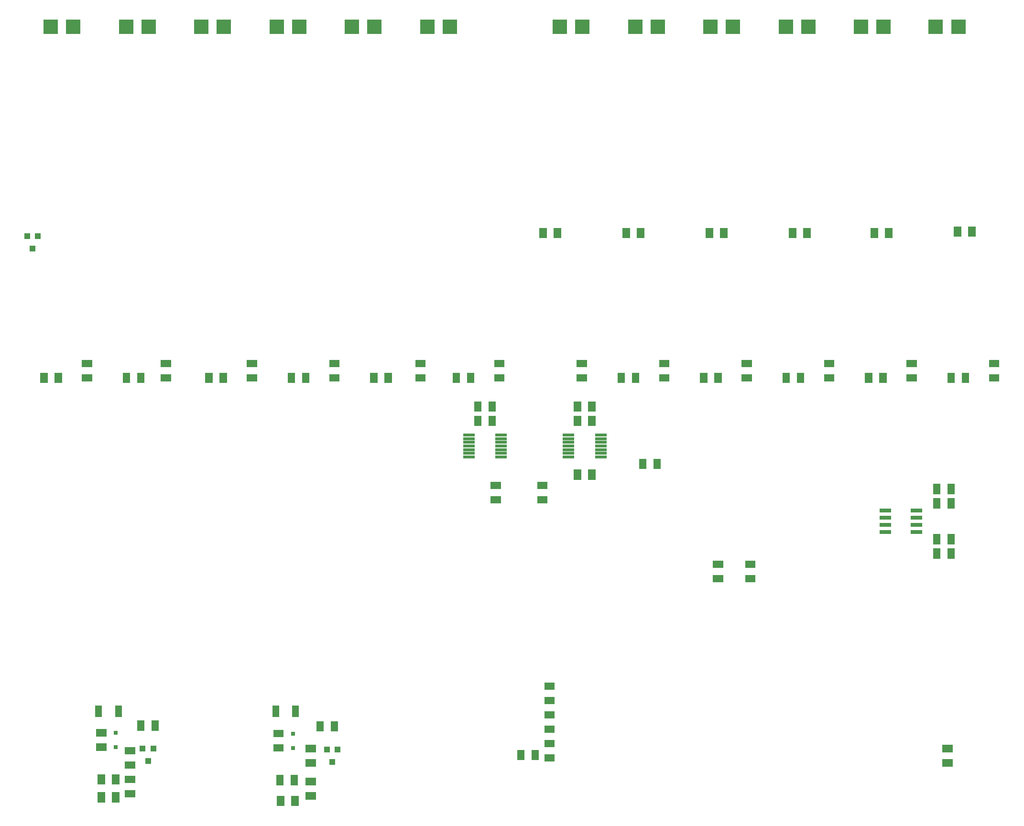
<source format=gbp>
G04 #@! TF.GenerationSoftware,KiCad,Pcbnew,(5.1.6)-1*
G04 #@! TF.CreationDate,2023-07-15T17:20:03+02:00*
G04 #@! TF.ProjectId,zone-controller,7a6f6e65-2d63-46f6-9e74-726f6c6c6572,rev?*
G04 #@! TF.SameCoordinates,Original*
G04 #@! TF.FileFunction,Paste,Bot*
G04 #@! TF.FilePolarity,Positive*
%FSLAX46Y46*%
G04 Gerber Fmt 4.6, Leading zero omitted, Abs format (unit mm)*
G04 Created by KiCad (PCBNEW (5.1.6)-1) date 2023-07-15 17:20:03*
%MOMM*%
%LPD*%
G01*
G04 APERTURE LIST*
%ADD10C,0.100000*%
%ADD11R,1.000000X1.000000*%
%ADD12R,2.500000X2.500000*%
%ADD13R,1.300000X2.000000*%
%ADD14R,2.000000X0.800000*%
%ADD15R,2.000000X0.500000*%
%ADD16R,0.800000X0.800000*%
G04 APERTURE END LIST*
D10*
G36*
X132222000Y-34406000D02*
G01*
X132222000Y-36206000D01*
X130922000Y-36206000D01*
X130922000Y-34406000D01*
X132222000Y-34406000D01*
G37*
G36*
X134762000Y-34406000D02*
G01*
X134762000Y-36206000D01*
X133462000Y-36206000D01*
X133462000Y-34406000D01*
X134762000Y-34406000D01*
G37*
G36*
X205628000Y-34152000D02*
G01*
X205628000Y-35952000D01*
X204328000Y-35952000D01*
X204328000Y-34152000D01*
X205628000Y-34152000D01*
G37*
G36*
X208168000Y-34152000D02*
G01*
X208168000Y-35952000D01*
X206868000Y-35952000D01*
X206868000Y-34152000D01*
X208168000Y-34152000D01*
G37*
G36*
X146954000Y-34406000D02*
G01*
X146954000Y-36206000D01*
X145654000Y-36206000D01*
X145654000Y-34406000D01*
X146954000Y-34406000D01*
G37*
G36*
X149494000Y-34406000D02*
G01*
X149494000Y-36206000D01*
X148194000Y-36206000D01*
X148194000Y-34406000D01*
X149494000Y-34406000D01*
G37*
G36*
X161686000Y-34406000D02*
G01*
X161686000Y-36206000D01*
X160386000Y-36206000D01*
X160386000Y-34406000D01*
X161686000Y-34406000D01*
G37*
G36*
X164226000Y-34406000D02*
G01*
X164226000Y-36206000D01*
X162926000Y-36206000D01*
X162926000Y-34406000D01*
X164226000Y-34406000D01*
G37*
G36*
X190896000Y-34406000D02*
G01*
X190896000Y-36206000D01*
X189596000Y-36206000D01*
X189596000Y-34406000D01*
X190896000Y-34406000D01*
G37*
G36*
X193436000Y-34406000D02*
G01*
X193436000Y-36206000D01*
X192136000Y-36206000D01*
X192136000Y-34406000D01*
X193436000Y-34406000D01*
G37*
G36*
X176418000Y-34406000D02*
G01*
X176418000Y-36206000D01*
X175118000Y-36206000D01*
X175118000Y-34406000D01*
X176418000Y-34406000D01*
G37*
G36*
X178958000Y-34406000D02*
G01*
X178958000Y-36206000D01*
X177658000Y-36206000D01*
X177658000Y-34406000D01*
X178958000Y-34406000D01*
G37*
D11*
X41148000Y-38030000D03*
X42098000Y-35830000D03*
X40198000Y-35830000D03*
D10*
G36*
X205725000Y-61860000D02*
G01*
X205725000Y-60060000D01*
X207025000Y-60060000D01*
X207025000Y-61860000D01*
X205725000Y-61860000D01*
G37*
G36*
X203185000Y-61860000D02*
G01*
X203185000Y-60060000D01*
X204485000Y-60060000D01*
X204485000Y-61860000D01*
X203185000Y-61860000D01*
G37*
G36*
X147305000Y-61860000D02*
G01*
X147305000Y-60060000D01*
X148605000Y-60060000D01*
X148605000Y-61860000D01*
X147305000Y-61860000D01*
G37*
G36*
X144765000Y-61860000D02*
G01*
X144765000Y-60060000D01*
X146065000Y-60060000D01*
X146065000Y-61860000D01*
X144765000Y-61860000D01*
G37*
G36*
X88885000Y-61860000D02*
G01*
X88885000Y-60060000D01*
X90185000Y-60060000D01*
X90185000Y-61860000D01*
X88885000Y-61860000D01*
G37*
G36*
X86345000Y-61860000D02*
G01*
X86345000Y-60060000D01*
X87645000Y-60060000D01*
X87645000Y-61860000D01*
X86345000Y-61860000D01*
G37*
G36*
X149875000Y-75300000D02*
G01*
X149875000Y-77100000D01*
X148575000Y-77100000D01*
X148575000Y-75300000D01*
X149875000Y-75300000D01*
G37*
G36*
X152415000Y-75300000D02*
G01*
X152415000Y-77100000D01*
X151115000Y-77100000D01*
X151115000Y-75300000D01*
X152415000Y-75300000D01*
G37*
G36*
X191120000Y-61860000D02*
G01*
X191120000Y-60060000D01*
X192420000Y-60060000D01*
X192420000Y-61860000D01*
X191120000Y-61860000D01*
G37*
G36*
X188580000Y-61860000D02*
G01*
X188580000Y-60060000D01*
X189880000Y-60060000D01*
X189880000Y-61860000D01*
X188580000Y-61860000D01*
G37*
G36*
X74280000Y-61860000D02*
G01*
X74280000Y-60060000D01*
X75580000Y-60060000D01*
X75580000Y-61860000D01*
X74280000Y-61860000D01*
G37*
G36*
X71740000Y-61860000D02*
G01*
X71740000Y-60060000D01*
X73040000Y-60060000D01*
X73040000Y-61860000D01*
X71740000Y-61860000D01*
G37*
G36*
X132345000Y-80660000D02*
G01*
X130545000Y-80660000D01*
X130545000Y-79360000D01*
X132345000Y-79360000D01*
X132345000Y-80660000D01*
G37*
G36*
X132345000Y-83200000D02*
G01*
X130545000Y-83200000D01*
X130545000Y-81900000D01*
X132345000Y-81900000D01*
X132345000Y-83200000D01*
G37*
G36*
X176515000Y-61860000D02*
G01*
X176515000Y-60060000D01*
X177815000Y-60060000D01*
X177815000Y-61860000D01*
X176515000Y-61860000D01*
G37*
G36*
X173975000Y-61860000D02*
G01*
X173975000Y-60060000D01*
X175275000Y-60060000D01*
X175275000Y-61860000D01*
X173975000Y-61860000D01*
G37*
G36*
X118095000Y-61860000D02*
G01*
X118095000Y-60060000D01*
X119395000Y-60060000D01*
X119395000Y-61860000D01*
X118095000Y-61860000D01*
G37*
G36*
X115555000Y-61860000D02*
G01*
X115555000Y-60060000D01*
X116855000Y-60060000D01*
X116855000Y-61860000D01*
X115555000Y-61860000D01*
G37*
G36*
X59675000Y-61860000D02*
G01*
X59675000Y-60060000D01*
X60975000Y-60060000D01*
X60975000Y-61860000D01*
X59675000Y-61860000D01*
G37*
G36*
X57135000Y-61860000D02*
G01*
X57135000Y-60060000D01*
X58435000Y-60060000D01*
X58435000Y-61860000D01*
X57135000Y-61860000D01*
G37*
G36*
X124090000Y-80660000D02*
G01*
X122290000Y-80660000D01*
X122290000Y-79360000D01*
X124090000Y-79360000D01*
X124090000Y-80660000D01*
G37*
G36*
X124090000Y-83200000D02*
G01*
X122290000Y-83200000D01*
X122290000Y-81900000D01*
X124090000Y-81900000D01*
X124090000Y-83200000D01*
G37*
G36*
X161910000Y-61860000D02*
G01*
X161910000Y-60060000D01*
X163210000Y-60060000D01*
X163210000Y-61860000D01*
X161910000Y-61860000D01*
G37*
G36*
X159370000Y-61860000D02*
G01*
X159370000Y-60060000D01*
X160670000Y-60060000D01*
X160670000Y-61860000D01*
X159370000Y-61860000D01*
G37*
G36*
X103490000Y-61860000D02*
G01*
X103490000Y-60060000D01*
X104790000Y-60060000D01*
X104790000Y-61860000D01*
X103490000Y-61860000D01*
G37*
G36*
X100950000Y-61860000D02*
G01*
X100950000Y-60060000D01*
X102250000Y-60060000D01*
X102250000Y-61860000D01*
X100950000Y-61860000D01*
G37*
G36*
X45070000Y-61860000D02*
G01*
X45070000Y-60060000D01*
X46370000Y-60060000D01*
X46370000Y-61860000D01*
X45070000Y-61860000D01*
G37*
G36*
X42530000Y-61860000D02*
G01*
X42530000Y-60060000D01*
X43830000Y-60060000D01*
X43830000Y-61860000D01*
X42530000Y-61860000D01*
G37*
D12*
X44355000Y1270000D03*
X48355000Y1270000D03*
D13*
X52860000Y-120015000D03*
X56360000Y-120015000D03*
X84229000Y-120015000D03*
X87729000Y-120015000D03*
D10*
G36*
X60975000Y-121655000D02*
G01*
X60975000Y-123455000D01*
X59675000Y-123455000D01*
X59675000Y-121655000D01*
X60975000Y-121655000D01*
G37*
G36*
X63515000Y-121655000D02*
G01*
X63515000Y-123455000D01*
X62215000Y-123455000D01*
X62215000Y-121655000D01*
X63515000Y-121655000D01*
G37*
D12*
X201105000Y1270000D03*
X205105000Y1270000D03*
D14*
X197705000Y-85725000D03*
X192185000Y-86995000D03*
X192185000Y-85725000D03*
X197705000Y-84455000D03*
X192185000Y-88265000D03*
X192185000Y-84455000D03*
X197705000Y-86995000D03*
X197705000Y-88265000D03*
D15*
X118422500Y-72375000D03*
D10*
G36*
X117422500Y-71325000D02*
G01*
X117422500Y-70825000D01*
X119422500Y-70825000D01*
X119422500Y-71325000D01*
X117422500Y-71325000D01*
G37*
D15*
X124147500Y-73025000D03*
X118422500Y-71725000D03*
X118422500Y-73675000D03*
X124147500Y-73675000D03*
X124147500Y-71725000D03*
X118422500Y-74975000D03*
X118422500Y-74325000D03*
X118422500Y-73025000D03*
X124147500Y-72375000D03*
X124147500Y-74325000D03*
X124147500Y-71075000D03*
X124147500Y-74975000D03*
X141800500Y-73675000D03*
D10*
G36*
X142800500Y-74725000D02*
G01*
X142800500Y-75225000D01*
X140800500Y-75225000D01*
X140800500Y-74725000D01*
X142800500Y-74725000D01*
G37*
D15*
X136075500Y-73025000D03*
X141800500Y-74325000D03*
X141800500Y-72375000D03*
X136075500Y-72375000D03*
X136075500Y-74325000D03*
X141800500Y-71075000D03*
X141800500Y-71725000D03*
X141800500Y-73025000D03*
X136075500Y-73675000D03*
X136075500Y-71725000D03*
X136075500Y-74975000D03*
X136075500Y-71075000D03*
D10*
G36*
X163460000Y-94630000D02*
G01*
X161660000Y-94630000D01*
X161660000Y-93330000D01*
X163460000Y-93330000D01*
X163460000Y-94630000D01*
G37*
G36*
X163460000Y-97170000D02*
G01*
X161660000Y-97170000D01*
X161660000Y-95870000D01*
X163460000Y-95870000D01*
X163460000Y-97170000D01*
G37*
G36*
X169175000Y-94630000D02*
G01*
X167375000Y-94630000D01*
X167375000Y-93330000D01*
X169175000Y-93330000D01*
X169175000Y-94630000D01*
G37*
G36*
X169175000Y-97170000D02*
G01*
X167375000Y-97170000D01*
X167375000Y-95870000D01*
X169175000Y-95870000D01*
X169175000Y-97170000D01*
G37*
G36*
X92725000Y-121782000D02*
G01*
X92725000Y-123582000D01*
X91425000Y-123582000D01*
X91425000Y-121782000D01*
X92725000Y-121782000D01*
G37*
G36*
X95265000Y-121782000D02*
G01*
X95265000Y-123582000D01*
X93965000Y-123582000D01*
X93965000Y-121782000D01*
X95265000Y-121782000D01*
G37*
G36*
X201945000Y-91175000D02*
G01*
X201945000Y-92975000D01*
X200645000Y-92975000D01*
X200645000Y-91175000D01*
X201945000Y-91175000D01*
G37*
G36*
X204485000Y-91175000D02*
G01*
X204485000Y-92975000D01*
X203185000Y-92975000D01*
X203185000Y-91175000D01*
X204485000Y-91175000D01*
G37*
G36*
X201945000Y-88635000D02*
G01*
X201945000Y-90435000D01*
X200645000Y-90435000D01*
X200645000Y-88635000D01*
X201945000Y-88635000D01*
G37*
G36*
X204485000Y-88635000D02*
G01*
X204485000Y-90435000D01*
X203185000Y-90435000D01*
X203185000Y-88635000D01*
X204485000Y-88635000D01*
G37*
G36*
X201945000Y-82285000D02*
G01*
X201945000Y-84085000D01*
X200645000Y-84085000D01*
X200645000Y-82285000D01*
X201945000Y-82285000D01*
G37*
G36*
X204485000Y-82285000D02*
G01*
X204485000Y-84085000D01*
X203185000Y-84085000D01*
X203185000Y-82285000D01*
X204485000Y-82285000D01*
G37*
G36*
X201945000Y-79745000D02*
G01*
X201945000Y-81545000D01*
X200645000Y-81545000D01*
X200645000Y-79745000D01*
X201945000Y-79745000D01*
G37*
G36*
X204485000Y-79745000D02*
G01*
X204485000Y-81545000D01*
X203185000Y-81545000D01*
X203185000Y-79745000D01*
X204485000Y-79745000D01*
G37*
G36*
X83809000Y-125842000D02*
G01*
X85609000Y-125842000D01*
X85609000Y-127142000D01*
X83809000Y-127142000D01*
X83809000Y-125842000D01*
G37*
G36*
X83809000Y-123302000D02*
G01*
X85609000Y-123302000D01*
X85609000Y-124602000D01*
X83809000Y-124602000D01*
X83809000Y-123302000D01*
G37*
G36*
X86980000Y-136790000D02*
G01*
X86980000Y-134990000D01*
X88280000Y-134990000D01*
X88280000Y-136790000D01*
X86980000Y-136790000D01*
G37*
G36*
X84440000Y-136790000D02*
G01*
X84440000Y-134990000D01*
X85740000Y-134990000D01*
X85740000Y-136790000D01*
X84440000Y-136790000D01*
G37*
G36*
X91324000Y-133111000D02*
G01*
X89524000Y-133111000D01*
X89524000Y-131811000D01*
X91324000Y-131811000D01*
X91324000Y-133111000D01*
G37*
G36*
X91324000Y-135651000D02*
G01*
X89524000Y-135651000D01*
X89524000Y-134351000D01*
X91324000Y-134351000D01*
X91324000Y-135651000D01*
G37*
G36*
X86853000Y-133107000D02*
G01*
X86853000Y-131307000D01*
X88153000Y-131307000D01*
X88153000Y-133107000D01*
X86853000Y-133107000D01*
G37*
G36*
X84313000Y-133107000D02*
G01*
X84313000Y-131307000D01*
X85613000Y-131307000D01*
X85613000Y-133107000D01*
X84313000Y-133107000D01*
G37*
G36*
X138318000Y-77205000D02*
G01*
X138318000Y-79005000D01*
X137018000Y-79005000D01*
X137018000Y-77205000D01*
X138318000Y-77205000D01*
G37*
G36*
X140858000Y-77205000D02*
G01*
X140858000Y-79005000D01*
X139558000Y-79005000D01*
X139558000Y-77205000D01*
X140858000Y-77205000D01*
G37*
G36*
X52440000Y-125715000D02*
G01*
X54240000Y-125715000D01*
X54240000Y-127015000D01*
X52440000Y-127015000D01*
X52440000Y-125715000D01*
G37*
G36*
X52440000Y-123175000D02*
G01*
X54240000Y-123175000D01*
X54240000Y-124475000D01*
X52440000Y-124475000D01*
X52440000Y-123175000D01*
G37*
G36*
X55230000Y-136155000D02*
G01*
X55230000Y-134355000D01*
X56530000Y-134355000D01*
X56530000Y-136155000D01*
X55230000Y-136155000D01*
G37*
G36*
X52690000Y-136155000D02*
G01*
X52690000Y-134355000D01*
X53990000Y-134355000D01*
X53990000Y-136155000D01*
X52690000Y-136155000D01*
G37*
G36*
X204100000Y-127269000D02*
G01*
X202300000Y-127269000D01*
X202300000Y-125969000D01*
X204100000Y-125969000D01*
X204100000Y-127269000D01*
G37*
G36*
X204100000Y-129809000D02*
G01*
X202300000Y-129809000D01*
X202300000Y-128509000D01*
X204100000Y-128509000D01*
X204100000Y-129809000D01*
G37*
G36*
X59320000Y-132730000D02*
G01*
X57520000Y-132730000D01*
X57520000Y-131430000D01*
X59320000Y-131430000D01*
X59320000Y-132730000D01*
G37*
G36*
X59320000Y-135270000D02*
G01*
X57520000Y-135270000D01*
X57520000Y-133970000D01*
X59320000Y-133970000D01*
X59320000Y-135270000D01*
G37*
G36*
X55230000Y-132980000D02*
G01*
X55230000Y-131180000D01*
X56530000Y-131180000D01*
X56530000Y-132980000D01*
X55230000Y-132980000D01*
G37*
G36*
X52690000Y-132980000D02*
G01*
X52690000Y-131180000D01*
X53990000Y-131180000D01*
X53990000Y-132980000D01*
X52690000Y-132980000D01*
G37*
G36*
X133615000Y-121300000D02*
G01*
X131815000Y-121300000D01*
X131815000Y-120000000D01*
X133615000Y-120000000D01*
X133615000Y-121300000D01*
G37*
G36*
X133615000Y-123840000D02*
G01*
X131815000Y-123840000D01*
X131815000Y-122540000D01*
X133615000Y-122540000D01*
X133615000Y-123840000D01*
G37*
G36*
X131815000Y-127620000D02*
G01*
X133615000Y-127620000D01*
X133615000Y-128920000D01*
X131815000Y-128920000D01*
X131815000Y-127620000D01*
G37*
G36*
X131815000Y-125080000D02*
G01*
X133615000Y-125080000D01*
X133615000Y-126380000D01*
X131815000Y-126380000D01*
X131815000Y-125080000D01*
G37*
G36*
X129525000Y-128662000D02*
G01*
X129525000Y-126862000D01*
X130825000Y-126862000D01*
X130825000Y-128662000D01*
X129525000Y-128662000D01*
G37*
G36*
X126985000Y-128662000D02*
G01*
X126985000Y-126862000D01*
X128285000Y-126862000D01*
X128285000Y-128662000D01*
X126985000Y-128662000D01*
G37*
D11*
X94234000Y-128962000D03*
X95184000Y-126762000D03*
X93284000Y-126762000D03*
X61595000Y-128835000D03*
X62545000Y-126635000D03*
X60645000Y-126635000D03*
D16*
X87249000Y-126492000D03*
X87249000Y-123952000D03*
X55880000Y-126365000D03*
X55880000Y-123825000D03*
D12*
X187865000Y1270000D03*
X191865000Y1270000D03*
X174530000Y1270000D03*
X178530000Y1270000D03*
X161195000Y1270000D03*
X165195000Y1270000D03*
X147860000Y1270000D03*
X151860000Y1270000D03*
X134525000Y1270000D03*
X138525000Y1270000D03*
X111030000Y1270000D03*
X115030000Y1270000D03*
X97695000Y1270000D03*
X101695000Y1270000D03*
X84360000Y1270000D03*
X88360000Y1270000D03*
X71025000Y1270000D03*
X75025000Y1270000D03*
X57690000Y1270000D03*
X61690000Y1270000D03*
D10*
G36*
X89524000Y-128509000D02*
G01*
X91324000Y-128509000D01*
X91324000Y-129809000D01*
X89524000Y-129809000D01*
X89524000Y-128509000D01*
G37*
G36*
X89524000Y-125969000D02*
G01*
X91324000Y-125969000D01*
X91324000Y-127269000D01*
X89524000Y-127269000D01*
X89524000Y-125969000D01*
G37*
G36*
X139558000Y-69480000D02*
G01*
X139558000Y-67680000D01*
X140858000Y-67680000D01*
X140858000Y-69480000D01*
X139558000Y-69480000D01*
G37*
G36*
X137018000Y-69480000D02*
G01*
X137018000Y-67680000D01*
X138318000Y-67680000D01*
X138318000Y-69480000D01*
X137018000Y-69480000D01*
G37*
G36*
X121905000Y-69480000D02*
G01*
X121905000Y-67680000D01*
X123205000Y-67680000D01*
X123205000Y-69480000D01*
X121905000Y-69480000D01*
G37*
G36*
X119365000Y-69480000D02*
G01*
X119365000Y-67680000D01*
X120665000Y-67680000D01*
X120665000Y-69480000D01*
X119365000Y-69480000D01*
G37*
G36*
X139558000Y-66940000D02*
G01*
X139558000Y-65140000D01*
X140858000Y-65140000D01*
X140858000Y-66940000D01*
X139558000Y-66940000D01*
G37*
G36*
X137018000Y-66940000D02*
G01*
X137018000Y-65140000D01*
X138318000Y-65140000D01*
X138318000Y-66940000D01*
X137018000Y-66940000D01*
G37*
G36*
X121905000Y-66940000D02*
G01*
X121905000Y-65140000D01*
X123205000Y-65140000D01*
X123205000Y-66940000D01*
X121905000Y-66940000D01*
G37*
G36*
X119365000Y-66940000D02*
G01*
X119365000Y-65140000D01*
X120665000Y-65140000D01*
X120665000Y-66940000D01*
X119365000Y-66940000D01*
G37*
G36*
X57520000Y-128890000D02*
G01*
X59320000Y-128890000D01*
X59320000Y-130190000D01*
X57520000Y-130190000D01*
X57520000Y-128890000D01*
G37*
G36*
X57520000Y-126350000D02*
G01*
X59320000Y-126350000D01*
X59320000Y-127650000D01*
X57520000Y-127650000D01*
X57520000Y-126350000D01*
G37*
G36*
X210555000Y-60310000D02*
G01*
X212355000Y-60310000D01*
X212355000Y-61610000D01*
X210555000Y-61610000D01*
X210555000Y-60310000D01*
G37*
G36*
X210555000Y-57770000D02*
G01*
X212355000Y-57770000D01*
X212355000Y-59070000D01*
X210555000Y-59070000D01*
X210555000Y-57770000D01*
G37*
G36*
X152135000Y-60310000D02*
G01*
X153935000Y-60310000D01*
X153935000Y-61610000D01*
X152135000Y-61610000D01*
X152135000Y-60310000D01*
G37*
G36*
X152135000Y-57770000D02*
G01*
X153935000Y-57770000D01*
X153935000Y-59070000D01*
X152135000Y-59070000D01*
X152135000Y-57770000D01*
G37*
G36*
X181345000Y-60310000D02*
G01*
X183145000Y-60310000D01*
X183145000Y-61610000D01*
X181345000Y-61610000D01*
X181345000Y-60310000D01*
G37*
G36*
X181345000Y-57770000D02*
G01*
X183145000Y-57770000D01*
X183145000Y-59070000D01*
X181345000Y-59070000D01*
X181345000Y-57770000D01*
G37*
G36*
X195950000Y-60310000D02*
G01*
X197750000Y-60310000D01*
X197750000Y-61610000D01*
X195950000Y-61610000D01*
X195950000Y-60310000D01*
G37*
G36*
X195950000Y-57770000D02*
G01*
X197750000Y-57770000D01*
X197750000Y-59070000D01*
X195950000Y-59070000D01*
X195950000Y-57770000D01*
G37*
G36*
X166740000Y-60310000D02*
G01*
X168540000Y-60310000D01*
X168540000Y-61610000D01*
X166740000Y-61610000D01*
X166740000Y-60310000D01*
G37*
G36*
X166740000Y-57770000D02*
G01*
X168540000Y-57770000D01*
X168540000Y-59070000D01*
X166740000Y-59070000D01*
X166740000Y-57770000D01*
G37*
G36*
X137530000Y-60310000D02*
G01*
X139330000Y-60310000D01*
X139330000Y-61610000D01*
X137530000Y-61610000D01*
X137530000Y-60310000D01*
G37*
G36*
X137530000Y-57770000D02*
G01*
X139330000Y-57770000D01*
X139330000Y-59070000D01*
X137530000Y-59070000D01*
X137530000Y-57770000D01*
G37*
G36*
X93715000Y-60310000D02*
G01*
X95515000Y-60310000D01*
X95515000Y-61610000D01*
X93715000Y-61610000D01*
X93715000Y-60310000D01*
G37*
G36*
X93715000Y-57770000D02*
G01*
X95515000Y-57770000D01*
X95515000Y-59070000D01*
X93715000Y-59070000D01*
X93715000Y-57770000D01*
G37*
G36*
X63870000Y-60310000D02*
G01*
X65670000Y-60310000D01*
X65670000Y-61610000D01*
X63870000Y-61610000D01*
X63870000Y-60310000D01*
G37*
G36*
X63870000Y-57770000D02*
G01*
X65670000Y-57770000D01*
X65670000Y-59070000D01*
X63870000Y-59070000D01*
X63870000Y-57770000D01*
G37*
G36*
X122925000Y-60310000D02*
G01*
X124725000Y-60310000D01*
X124725000Y-61610000D01*
X122925000Y-61610000D01*
X122925000Y-60310000D01*
G37*
G36*
X122925000Y-57770000D02*
G01*
X124725000Y-57770000D01*
X124725000Y-59070000D01*
X122925000Y-59070000D01*
X122925000Y-57770000D01*
G37*
G36*
X108955000Y-60310000D02*
G01*
X110755000Y-60310000D01*
X110755000Y-61610000D01*
X108955000Y-61610000D01*
X108955000Y-60310000D01*
G37*
G36*
X108955000Y-57770000D02*
G01*
X110755000Y-57770000D01*
X110755000Y-59070000D01*
X108955000Y-59070000D01*
X108955000Y-57770000D01*
G37*
G36*
X79110000Y-60310000D02*
G01*
X80910000Y-60310000D01*
X80910000Y-61610000D01*
X79110000Y-61610000D01*
X79110000Y-60310000D01*
G37*
G36*
X79110000Y-57770000D02*
G01*
X80910000Y-57770000D01*
X80910000Y-59070000D01*
X79110000Y-59070000D01*
X79110000Y-57770000D01*
G37*
G36*
X49900000Y-60310000D02*
G01*
X51700000Y-60310000D01*
X51700000Y-61610000D01*
X49900000Y-61610000D01*
X49900000Y-60310000D01*
G37*
G36*
X49900000Y-57770000D02*
G01*
X51700000Y-57770000D01*
X51700000Y-59070000D01*
X49900000Y-59070000D01*
X49900000Y-57770000D01*
G37*
G36*
X131815000Y-117460000D02*
G01*
X133615000Y-117460000D01*
X133615000Y-118760000D01*
X131815000Y-118760000D01*
X131815000Y-117460000D01*
G37*
G36*
X131815000Y-114920000D02*
G01*
X133615000Y-114920000D01*
X133615000Y-116220000D01*
X131815000Y-116220000D01*
X131815000Y-114920000D01*
G37*
M02*

</source>
